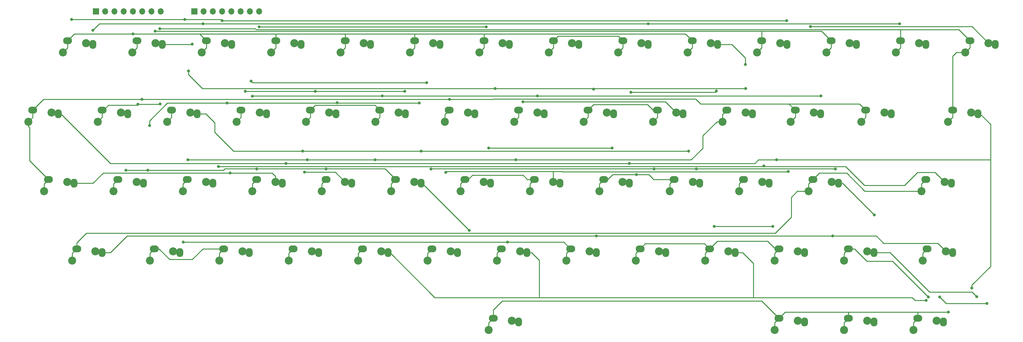
<source format=gbr>
G04 #@! TF.GenerationSoftware,KiCad,Pcbnew,7.0.6*
G04 #@! TF.CreationDate,2024-02-02T16:23:30-05:00*
G04 #@! TF.ProjectId,Galaksija-mx,47616c61-6b73-4696-9a61-2d6d782e6b69,1.0*
G04 #@! TF.SameCoordinates,Original*
G04 #@! TF.FileFunction,Copper,L1,Top*
G04 #@! TF.FilePolarity,Positive*
%FSLAX46Y46*%
G04 Gerber Fmt 4.6, Leading zero omitted, Abs format (unit mm)*
G04 Created by KiCad (PCBNEW 7.0.6) date 2024-02-02 16:23:30*
%MOMM*%
%LPD*%
G01*
G04 APERTURE LIST*
G04 #@! TA.AperFunction,ComponentPad*
%ADD10C,2.200000*%
G04 #@! TD*
G04 #@! TA.AperFunction,ComponentPad*
%ADD11O,1.900000X2.450000*%
G04 #@! TD*
G04 #@! TA.AperFunction,ComponentPad*
%ADD12O,2.450000X1.900000*%
G04 #@! TD*
G04 #@! TA.AperFunction,ComponentPad*
%ADD13R,1.700000X1.700000*%
G04 #@! TD*
G04 #@! TA.AperFunction,ComponentPad*
%ADD14O,1.700000X1.700000*%
G04 #@! TD*
G04 #@! TA.AperFunction,ViaPad*
%ADD15C,0.800000*%
G04 #@! TD*
G04 #@! TA.AperFunction,Conductor*
%ADD16C,0.250000*%
G04 #@! TD*
G04 APERTURE END LIST*
D10*
X179070000Y-133032500D03*
D11*
X180930000Y-133412500D03*
D10*
X172720000Y-135572500D03*
D12*
X173930000Y-132362500D03*
D10*
X295592500Y-133032500D03*
D11*
X297452500Y-133412500D03*
D10*
X289242500Y-135572500D03*
D12*
X290452500Y-132362500D03*
D10*
X152265000Y-94932500D03*
D11*
X154125000Y-95312500D03*
D10*
X145915000Y-97472500D03*
D12*
X147125000Y-94262500D03*
D10*
X281305000Y-75882500D03*
D11*
X283165000Y-76262500D03*
D10*
X274955000Y-78422500D03*
D12*
X276165000Y-75212500D03*
D10*
X128905000Y-75882500D03*
D11*
X130765000Y-76262500D03*
D10*
X122555000Y-78422500D03*
D12*
X123765000Y-75212500D03*
D10*
X305117500Y-75882500D03*
D11*
X306977500Y-76262500D03*
D10*
X298767500Y-78422500D03*
D12*
X299977500Y-75212500D03*
D10*
X124142500Y-113982500D03*
D11*
X126002500Y-114362500D03*
D10*
X117792500Y-116522500D03*
D12*
X119002500Y-113312500D03*
D10*
X228737500Y-94932500D03*
D11*
X230597500Y-95312500D03*
D10*
X222387500Y-97472500D03*
D12*
X223597500Y-94262500D03*
D10*
X143192500Y-113982500D03*
D11*
X145052500Y-114362500D03*
D10*
X136842500Y-116522500D03*
D12*
X138052500Y-113312500D03*
D10*
X64770000Y-113982500D03*
D11*
X66630000Y-114362500D03*
D10*
X58420000Y-116522500D03*
D12*
X59630000Y-113312500D03*
D10*
X271780000Y-56832500D03*
D11*
X273640000Y-57212500D03*
D10*
X265430000Y-59372500D03*
D12*
X266640000Y-56162500D03*
D10*
X157480000Y-56832500D03*
D11*
X159340000Y-57212500D03*
D10*
X151130000Y-59372500D03*
D12*
X152340000Y-56162500D03*
D10*
X109855000Y-75882500D03*
D11*
X111715000Y-76262500D03*
D10*
X103505000Y-78422500D03*
D12*
X104715000Y-75212500D03*
D10*
X81280000Y-56832500D03*
D11*
X83140000Y-57212500D03*
D10*
X74930000Y-59372500D03*
D12*
X76140000Y-56162500D03*
D10*
X86042500Y-113982500D03*
D11*
X87902500Y-114362500D03*
D10*
X79692500Y-116522500D03*
D12*
X80902500Y-113312500D03*
D10*
X186055000Y-75882500D03*
D11*
X187915000Y-76262500D03*
D10*
X179705000Y-78422500D03*
D12*
X180915000Y-75212500D03*
D10*
X266837500Y-94932500D03*
D11*
X268697500Y-95312500D03*
D10*
X260487500Y-97472500D03*
D12*
X261697500Y-94262500D03*
D10*
X247787500Y-94932500D03*
D11*
X249647500Y-95312500D03*
D10*
X241437500Y-97472500D03*
D12*
X242647500Y-94262500D03*
D10*
X162242500Y-113982500D03*
D11*
X164102500Y-114362500D03*
D10*
X155892500Y-116522500D03*
D12*
X157102500Y-113312500D03*
D10*
X290830000Y-56832500D03*
D11*
X292690000Y-57212500D03*
D10*
X284480000Y-59372500D03*
D12*
X285690000Y-56162500D03*
D10*
X100330000Y-56832500D03*
D11*
X102190000Y-57212500D03*
D10*
X93980000Y-59372500D03*
D12*
X95190000Y-56162500D03*
D10*
X205105000Y-75882500D03*
D11*
X206965000Y-76262500D03*
D10*
X198755000Y-78422500D03*
D12*
X199965000Y-75212500D03*
D10*
X219392500Y-113982500D03*
D11*
X221252500Y-114362500D03*
D10*
X213042500Y-116522500D03*
D12*
X214252500Y-113312500D03*
D10*
X200342500Y-113982500D03*
D11*
X202202500Y-114362500D03*
D10*
X193992500Y-116522500D03*
D12*
X195202500Y-113312500D03*
D10*
X95115000Y-94932500D03*
D11*
X96975000Y-95312500D03*
D10*
X88765000Y-97472500D03*
D12*
X89975000Y-94262500D03*
D10*
X243205000Y-75882500D03*
D11*
X245065000Y-76262500D03*
D10*
X236855000Y-78422500D03*
D12*
X238065000Y-75212500D03*
D10*
X52705000Y-75882500D03*
D11*
X54565000Y-76262500D03*
D10*
X46355000Y-78422500D03*
D12*
X47565000Y-75212500D03*
D10*
X76065000Y-94932500D03*
D11*
X77925000Y-95312500D03*
D10*
X69715000Y-97472500D03*
D12*
X70925000Y-94262500D03*
D10*
X119380000Y-56832500D03*
D11*
X121240000Y-57212500D03*
D10*
X113030000Y-59372500D03*
D12*
X114240000Y-56162500D03*
D10*
X257492500Y-113982500D03*
D11*
X259352500Y-114362500D03*
D10*
X251142500Y-116522500D03*
D12*
X252352500Y-113312500D03*
D10*
X209415000Y-94932500D03*
D11*
X211275000Y-95312500D03*
D10*
X203065000Y-97472500D03*
D12*
X204275000Y-94262500D03*
D10*
X276542500Y-133032500D03*
D11*
X278402500Y-133412500D03*
D10*
X270192500Y-135572500D03*
D12*
X271402500Y-132362500D03*
D10*
X190365000Y-94932500D03*
D11*
X192225000Y-95312500D03*
D10*
X184015000Y-97472500D03*
D12*
X185225000Y-94262500D03*
D13*
X64890000Y-48112500D03*
D14*
X67430000Y-48112500D03*
X69970000Y-48112500D03*
X72510000Y-48112500D03*
X75050000Y-48112500D03*
X77590000Y-48112500D03*
X80130000Y-48112500D03*
X82670000Y-48112500D03*
D10*
X167005000Y-75882500D03*
D11*
X168865000Y-76262500D03*
D10*
X160655000Y-78422500D03*
D12*
X161865000Y-75212500D03*
D10*
X147955000Y-75882500D03*
D11*
X149815000Y-76262500D03*
D10*
X141605000Y-78422500D03*
D12*
X142815000Y-75212500D03*
D10*
X298132500Y-113982500D03*
D11*
X299992500Y-114362500D03*
D10*
X291782500Y-116522500D03*
D12*
X292992500Y-113312500D03*
D10*
X297815000Y-94932500D03*
D11*
X299675000Y-95312500D03*
D10*
X291465000Y-97472500D03*
D12*
X292675000Y-94262500D03*
D10*
X214630000Y-56832500D03*
D11*
X216490000Y-57212500D03*
D10*
X208280000Y-59372500D03*
D12*
X209490000Y-56162500D03*
D10*
X224155000Y-75882500D03*
D11*
X226015000Y-76262500D03*
D10*
X217805000Y-78422500D03*
D12*
X219015000Y-75212500D03*
D10*
X176530000Y-56832500D03*
D11*
X178390000Y-57212500D03*
D10*
X170180000Y-59372500D03*
D12*
X171390000Y-56162500D03*
D10*
X238442500Y-113982500D03*
D11*
X240302500Y-114362500D03*
D10*
X232092500Y-116522500D03*
D12*
X233302500Y-113312500D03*
D10*
X133215000Y-94932500D03*
D11*
X135075000Y-95312500D03*
D10*
X126865000Y-97472500D03*
D12*
X128075000Y-94262500D03*
D13*
X91890000Y-48112500D03*
D14*
X94430000Y-48112500D03*
X96970000Y-48112500D03*
X99510000Y-48112500D03*
X102050000Y-48112500D03*
X104590000Y-48112500D03*
X107130000Y-48112500D03*
X109670000Y-48112500D03*
D10*
X261937500Y-75882500D03*
D11*
X263797500Y-76262500D03*
D10*
X255587500Y-78422500D03*
D12*
X256797500Y-75212500D03*
D10*
X138430000Y-56832500D03*
D11*
X140290000Y-57212500D03*
D10*
X132080000Y-59372500D03*
D12*
X133290000Y-56162500D03*
D10*
X233680000Y-56832500D03*
D11*
X235540000Y-57212500D03*
D10*
X227330000Y-59372500D03*
D12*
X228540000Y-56162500D03*
D10*
X57015000Y-94932500D03*
D11*
X58875000Y-95312500D03*
D10*
X50665000Y-97472500D03*
D12*
X51875000Y-94262500D03*
D10*
X309880000Y-56832500D03*
D11*
X311740000Y-57212500D03*
D10*
X303530000Y-59372500D03*
D12*
X304740000Y-56162500D03*
D10*
X195580000Y-56832500D03*
D11*
X197440000Y-57212500D03*
D10*
X189230000Y-59372500D03*
D12*
X190440000Y-56162500D03*
D10*
X105092500Y-113982500D03*
D11*
X106952500Y-114362500D03*
D10*
X98742500Y-116522500D03*
D12*
X99952500Y-113312500D03*
D10*
X114165000Y-94932500D03*
D11*
X116025000Y-95312500D03*
D10*
X107815000Y-97472500D03*
D12*
X109025000Y-94262500D03*
D10*
X90805000Y-75882500D03*
D11*
X92665000Y-76262500D03*
D10*
X84455000Y-78422500D03*
D12*
X85665000Y-75212500D03*
D10*
X276542500Y-113982500D03*
D11*
X278402500Y-114362500D03*
D10*
X270192500Y-116522500D03*
D12*
X271402500Y-113312500D03*
D10*
X252730000Y-56832500D03*
D11*
X254590000Y-57212500D03*
D10*
X246380000Y-59372500D03*
D12*
X247590000Y-56162500D03*
D10*
X171315000Y-94932500D03*
D11*
X173175000Y-95312500D03*
D10*
X164965000Y-97472500D03*
D12*
X166175000Y-94262500D03*
D10*
X62230000Y-56832500D03*
D11*
X64090000Y-57212500D03*
D10*
X55880000Y-59372500D03*
D12*
X57090000Y-56162500D03*
D10*
X71755000Y-75882500D03*
D11*
X73615000Y-76262500D03*
D10*
X65405000Y-78422500D03*
D12*
X66615000Y-75212500D03*
D10*
X181292500Y-113982500D03*
D11*
X183152500Y-114362500D03*
D10*
X174942500Y-116522500D03*
D12*
X176152500Y-113312500D03*
D10*
X257492500Y-133032500D03*
D11*
X259352500Y-133412500D03*
D10*
X251142500Y-135572500D03*
D12*
X252352500Y-132362500D03*
D15*
X213230000Y-92932500D03*
X88830000Y-111512500D03*
X177830000Y-111512500D03*
X285490000Y-51512500D03*
X216490000Y-51512500D03*
X172690000Y-85662500D03*
X206540000Y-85662500D03*
X64090000Y-53282500D03*
X94290000Y-51512500D03*
X76390000Y-73612500D03*
X82490000Y-73512500D03*
X180090000Y-88912500D03*
X90090000Y-88912500D03*
X122890000Y-88912500D03*
X141490000Y-88912500D03*
X298860000Y-130692500D03*
X77490000Y-72312500D03*
X161890000Y-72312500D03*
X75050000Y-54312500D03*
X235190000Y-70012500D03*
X81180000Y-53588000D03*
X211670000Y-70312500D03*
X91290000Y-57112500D03*
X153590000Y-73312500D03*
X131090000Y-73188000D03*
X100890000Y-73312500D03*
X160940000Y-92332500D03*
X260970000Y-52332500D03*
X79590000Y-79462500D03*
X254862500Y-92112500D03*
X305280000Y-124102500D03*
X117094000Y-89887500D03*
X254490000Y-50712500D03*
X89290000Y-50387500D03*
X211330000Y-89887500D03*
X251690000Y-88912500D03*
X58240000Y-50387500D03*
X99510000Y-50712500D03*
X267830000Y-91437000D03*
X101730000Y-92512500D03*
X149690000Y-70112500D03*
X156830000Y-91437000D03*
X105890000Y-70112500D03*
X125090000Y-70112500D03*
X229630000Y-91437000D03*
X278520000Y-104012500D03*
X218030000Y-91437500D03*
X107790000Y-71412500D03*
X263890000Y-71312500D03*
X202230000Y-109787500D03*
X143490000Y-71312500D03*
X186090000Y-71312500D03*
X267090000Y-109787500D03*
X155680000Y-67712500D03*
X107490000Y-67312500D03*
X292705000Y-127507500D03*
X122130000Y-92282500D03*
X167360000Y-108262500D03*
X121590000Y-86512500D03*
X250690000Y-107132500D03*
X182090000Y-72912500D03*
X154130000Y-86512500D03*
X234530000Y-107132500D03*
X227530000Y-86512500D03*
X172040000Y-52342500D03*
X109670000Y-52342500D03*
X174480000Y-69312500D03*
X201490000Y-69512500D03*
X98530000Y-90732500D03*
X90290000Y-64512500D03*
X243090000Y-62712500D03*
X243205000Y-69312500D03*
X248230000Y-90588000D03*
X73130000Y-91732500D03*
X128070000Y-91437000D03*
X79130000Y-91712500D03*
X109025000Y-91437000D03*
X296480000Y-126542500D03*
X309420000Y-128302500D03*
X82400000Y-52863500D03*
X306630000Y-126502500D03*
X293320000Y-126512500D03*
D16*
X174942500Y-116522500D02*
X174942500Y-114522500D01*
X195202500Y-113312500D02*
X195130000Y-113312500D01*
X217790000Y-75212500D02*
X219015000Y-75212500D01*
X177830000Y-111512500D02*
X179115000Y-111512500D01*
X184015000Y-95472500D02*
X185225000Y-94262500D01*
X182130000Y-93132500D02*
X168230000Y-93132500D01*
X179115000Y-111512500D02*
X180330000Y-111512500D01*
X183260000Y-94262500D02*
X182130000Y-93132500D01*
X203065000Y-97472500D02*
X203065000Y-95472500D01*
X168230000Y-93132500D02*
X167100000Y-94262500D01*
X164965000Y-95472500D02*
X166175000Y-94262500D01*
X216290000Y-73712500D02*
X217790000Y-75212500D01*
X195130000Y-113312500D02*
X193330000Y-111512500D01*
X167100000Y-94262500D02*
X166175000Y-94262500D01*
X201465000Y-73712500D02*
X216290000Y-73712500D01*
X164965000Y-97472500D02*
X164965000Y-95472500D01*
X174942500Y-114522500D02*
X176152500Y-113312500D01*
X217960000Y-94262500D02*
X223597500Y-94262500D01*
X222387500Y-95472500D02*
X223597500Y-94262500D01*
X199965000Y-75212500D02*
X201465000Y-73712500D01*
X216630000Y-92932500D02*
X217960000Y-94262500D01*
X213230000Y-92932500D02*
X216630000Y-92932500D01*
X180330000Y-111512500D02*
X180940000Y-111512500D01*
X219015000Y-77212500D02*
X217805000Y-78422500D01*
X205400000Y-94262500D02*
X206730000Y-92932500D01*
X222387500Y-97472500D02*
X222387500Y-95472500D01*
X199965000Y-75212500D02*
X199965000Y-77212500D01*
X185225000Y-94262500D02*
X183260000Y-94262500D01*
X193992500Y-116522500D02*
X193992500Y-114522500D01*
X199965000Y-77212500D02*
X198755000Y-78422500D01*
X97430000Y-111512500D02*
X177830000Y-111512500D01*
X193992500Y-114522500D02*
X195202500Y-113312500D01*
X184015000Y-97472500D02*
X184015000Y-95472500D01*
X219015000Y-75212500D02*
X219015000Y-77212500D01*
X203065000Y-95472500D02*
X204275000Y-94262500D01*
X97430000Y-111512500D02*
X88830000Y-111512500D01*
X204275000Y-94262500D02*
X205400000Y-94262500D01*
X180940000Y-111512500D02*
X193330000Y-111512500D01*
X206730000Y-92932500D02*
X213230000Y-92932500D01*
X216490000Y-51512500D02*
X285490000Y-51512500D01*
X65860000Y-51512500D02*
X64090000Y-53282500D01*
X67810000Y-51512500D02*
X65860000Y-51512500D01*
X94290000Y-51512500D02*
X216490000Y-51512500D01*
X94290000Y-51512500D02*
X67810000Y-51512500D01*
X206540000Y-85662500D02*
X172690000Y-85662500D01*
X123765000Y-75212500D02*
X125065000Y-73912500D01*
X66990000Y-75212500D02*
X68290000Y-73912500D01*
X231430000Y-82291866D02*
X231430000Y-85712500D01*
X180915000Y-77212500D02*
X179705000Y-78422500D01*
X142815000Y-75212500D02*
X142815000Y-77212500D01*
X141515000Y-73912500D02*
X142815000Y-75212500D01*
X123765000Y-77212500D02*
X122555000Y-78422500D01*
X231430000Y-85712500D02*
X228230000Y-88912500D01*
X82390000Y-73612500D02*
X82490000Y-73512500D01*
X76390000Y-73612500D02*
X82390000Y-73612500D01*
X85665000Y-77212500D02*
X84455000Y-78422500D01*
X122890000Y-88912500D02*
X141490000Y-88912500D01*
X68290000Y-73912500D02*
X76090000Y-73912500D01*
X136842500Y-114522500D02*
X138052500Y-113312500D01*
X66615000Y-75212500D02*
X66615000Y-77212500D01*
X235299366Y-78422500D02*
X231430000Y-82291866D01*
X76090000Y-73912500D02*
X76390000Y-73612500D01*
X236855000Y-78422500D02*
X235299366Y-78422500D01*
X90090000Y-88912500D02*
X122890000Y-88912500D01*
X66615000Y-75212500D02*
X66990000Y-75212500D01*
X180915000Y-75212500D02*
X180915000Y-77212500D01*
X85665000Y-75212500D02*
X85665000Y-77212500D01*
X66615000Y-77212500D02*
X65405000Y-78422500D01*
X123765000Y-75212500D02*
X123765000Y-77212500D01*
X88765000Y-97472500D02*
X88765000Y-95472500D01*
X88765000Y-95472500D02*
X89975000Y-94262500D01*
X236855000Y-76422500D02*
X238065000Y-75212500D01*
X141490000Y-88912500D02*
X180090000Y-88912500D01*
X236855000Y-78422500D02*
X236855000Y-76422500D01*
X125065000Y-73912500D02*
X141515000Y-73912500D01*
X136842500Y-116522500D02*
X136842500Y-114522500D01*
X142815000Y-77212500D02*
X141605000Y-78422500D01*
X228230000Y-88912500D02*
X180090000Y-88912500D01*
X271402500Y-130890000D02*
X271600000Y-130692500D01*
X276165000Y-77212500D02*
X274955000Y-78422500D01*
X98742500Y-114522500D02*
X99952500Y-113312500D01*
X254380000Y-130692500D02*
X271600000Y-130692500D01*
X46700000Y-89087500D02*
X51875000Y-94262500D01*
X77490000Y-72312500D02*
X50465000Y-72312500D01*
X50665000Y-97472500D02*
X50665000Y-95472500D01*
X173930000Y-130132500D02*
X176400000Y-127662500D01*
X160655000Y-78422500D02*
X160655000Y-76422500D01*
X80902500Y-113312500D02*
X82210000Y-113312500D01*
X160655000Y-76422500D02*
X161865000Y-75212500D01*
X290452500Y-132362500D02*
X290452500Y-130700000D01*
X270192500Y-133572500D02*
X271402500Y-132362500D01*
X77490000Y-72312500D02*
X158965000Y-72312500D01*
X50665000Y-95472500D02*
X51875000Y-94262500D01*
X176400000Y-127662500D02*
X247652500Y-127662500D01*
X251142500Y-133572500D02*
X252352500Y-132362500D01*
X172720000Y-135572500D02*
X172720000Y-133572500D01*
X91330000Y-116232500D02*
X94250000Y-113312500D01*
X173890000Y-72312500D02*
X174015000Y-72187500D01*
X46700000Y-80082500D02*
X46700000Y-89087500D01*
X82210000Y-113312500D02*
X85130000Y-116232500D01*
X252352500Y-132362500D02*
X254022500Y-130692500D01*
X289242500Y-133572500D02*
X290452500Y-132362500D01*
X270192500Y-135572500D02*
X270192500Y-133572500D01*
X290460000Y-130692500D02*
X298860000Y-130692500D01*
X274465000Y-73512500D02*
X276165000Y-75212500D01*
X254890000Y-73512500D02*
X274465000Y-73512500D01*
X47565000Y-75212500D02*
X47565000Y-77212500D01*
X94250000Y-113312500D02*
X99952500Y-113312500D01*
X98742500Y-116522500D02*
X98742500Y-114522500D01*
X172720000Y-133572500D02*
X173930000Y-132362500D01*
X47565000Y-77212500D02*
X46355000Y-78422500D01*
X251142500Y-135572500D02*
X251142500Y-133572500D01*
X79692500Y-116522500D02*
X79692500Y-114522500D01*
X230843122Y-73512500D02*
X254890000Y-73512500D01*
X174015000Y-72187500D02*
X229518122Y-72187500D01*
X173930000Y-132362500D02*
X173930000Y-130132500D01*
X85130000Y-116232500D02*
X91330000Y-116232500D01*
X46355000Y-78422500D02*
X46355000Y-79737500D01*
X255097500Y-73512500D02*
X256797500Y-75212500D01*
X50465000Y-72312500D02*
X47565000Y-75212500D01*
X276165000Y-75212500D02*
X276165000Y-77212500D01*
X289242500Y-135572500D02*
X289242500Y-133572500D01*
X247652500Y-127662500D02*
X252352500Y-132362500D01*
X46355000Y-79737500D02*
X46700000Y-80082500D01*
X254890000Y-73512500D02*
X255097500Y-73512500D01*
X271600000Y-130692500D02*
X290460000Y-130692500D01*
X161890000Y-72312500D02*
X173890000Y-72312500D01*
X229518122Y-72187500D02*
X230843122Y-73512500D01*
X290452500Y-130700000D02*
X290460000Y-130692500D01*
X254022500Y-130692500D02*
X254380000Y-130692500D01*
X256797500Y-77212500D02*
X255587500Y-78422500D01*
X158965000Y-72312500D02*
X161890000Y-72312500D01*
X271402500Y-132362500D02*
X271402500Y-130890000D01*
X256797500Y-75212500D02*
X256797500Y-77212500D01*
X79692500Y-114522500D02*
X80902500Y-113312500D01*
X93340000Y-54312500D02*
X95190000Y-56162500D01*
X133290000Y-58162500D02*
X132080000Y-59372500D01*
X133290000Y-54512500D02*
X133090000Y-54312500D01*
X152340000Y-54362500D02*
X152290000Y-54312500D01*
X57090000Y-58162500D02*
X55880000Y-59372500D01*
X152340000Y-56162500D02*
X152340000Y-58162500D01*
X171390000Y-56162500D02*
X171390000Y-54412500D01*
X114240000Y-54362500D02*
X114290000Y-54312500D01*
X133290000Y-56162500D02*
X133290000Y-58162500D01*
X152340000Y-56162500D02*
X152340000Y-54362500D01*
X76140000Y-58162500D02*
X74930000Y-59372500D01*
X75050000Y-54312500D02*
X58940000Y-54312500D01*
X114240000Y-56162500D02*
X114240000Y-58162500D01*
X93340000Y-54312500D02*
X114290000Y-54312500D01*
X171390000Y-58162500D02*
X170180000Y-59372500D01*
X133290000Y-56162500D02*
X133290000Y-54512500D01*
X95190000Y-56162500D02*
X95190000Y-58162500D01*
X114240000Y-58162500D02*
X113030000Y-59372500D01*
X228540000Y-56162500D02*
X228540000Y-58162500D01*
X57090000Y-56162500D02*
X57090000Y-58162500D01*
X76140000Y-56162500D02*
X76140000Y-58162500D01*
X226690000Y-54312500D02*
X228540000Y-56162500D01*
X171490000Y-54312500D02*
X226690000Y-54312500D01*
X58940000Y-54312500D02*
X57090000Y-56162500D01*
X152290000Y-54312500D02*
X171490000Y-54312500D01*
X75050000Y-54312500D02*
X93340000Y-54312500D01*
X114290000Y-54312500D02*
X133090000Y-54312500D01*
X114240000Y-56162500D02*
X114240000Y-54362500D01*
X95190000Y-58162500D02*
X93980000Y-59372500D01*
X228540000Y-58162500D02*
X227330000Y-59372500D01*
X152340000Y-58162500D02*
X151130000Y-59372500D01*
X171390000Y-54412500D02*
X171490000Y-54312500D01*
X171390000Y-56162500D02*
X171390000Y-58162500D01*
X133090000Y-54312500D02*
X152290000Y-54312500D01*
X190440000Y-56162500D02*
X190440000Y-58162500D01*
X241437500Y-97472500D02*
X241437500Y-95472500D01*
X247590000Y-56162500D02*
X247590000Y-58162500D01*
X81180000Y-53588000D02*
X247490000Y-53588000D01*
X209490000Y-56162500D02*
X209490000Y-58162500D01*
X191690000Y-54912500D02*
X190440000Y-56162500D01*
X209490000Y-56162500D02*
X208240000Y-54912500D01*
X247490000Y-53588000D02*
X264065500Y-53588000D01*
X266640000Y-56162500D02*
X266640000Y-58162500D01*
X213042500Y-114522500D02*
X214252500Y-113312500D01*
X247590000Y-56162500D02*
X247590000Y-53688000D01*
X232092500Y-116522500D02*
X232092500Y-114522500D01*
X252352500Y-113312500D02*
X251310000Y-113312500D01*
X241437500Y-95472500D02*
X242647500Y-94262500D01*
X247590000Y-58162500D02*
X246380000Y-59372500D01*
X249230000Y-111232500D02*
X235382500Y-111232500D01*
X190440000Y-58162500D02*
X189230000Y-59372500D01*
X235190000Y-70012500D02*
X234890000Y-70312500D01*
X266640000Y-58162500D02*
X265430000Y-59372500D01*
X232092500Y-114522500D02*
X233302500Y-113312500D01*
X209490000Y-58162500D02*
X208280000Y-59372500D01*
X247590000Y-53688000D02*
X247490000Y-53588000D01*
X251310000Y-113312500D02*
X249230000Y-111232500D01*
X234890000Y-70312500D02*
X211670000Y-70312500D01*
X251142500Y-116522500D02*
X251142500Y-114522500D01*
X215632500Y-111932500D02*
X231922500Y-111932500D01*
X213042500Y-116522500D02*
X213042500Y-114522500D01*
X214252500Y-113312500D02*
X215632500Y-111932500D01*
X235382500Y-111232500D02*
X233302500Y-113312500D01*
X251142500Y-114522500D02*
X252352500Y-113312500D01*
X264065500Y-53588000D02*
X266640000Y-56162500D01*
X231922500Y-111932500D02*
X233302500Y-113312500D01*
X208240000Y-54912500D02*
X191690000Y-54912500D01*
X100890000Y-73312500D02*
X153590000Y-73312500D01*
X190330000Y-92112500D02*
X192760000Y-92112500D01*
X192809500Y-92162000D02*
X254813000Y-92162000D01*
X91190000Y-57212500D02*
X91290000Y-57112500D01*
X79590000Y-78212500D02*
X79590000Y-79462500D01*
X161170000Y-92102500D02*
X160940000Y-92332500D01*
X190365000Y-92147500D02*
X190330000Y-92112500D01*
X260970000Y-52332500D02*
X305380000Y-52332500D01*
X305380000Y-52332500D02*
X309880000Y-56832500D01*
X190330000Y-92112500D02*
X164320000Y-92112500D01*
X100890000Y-73312500D02*
X84490000Y-73312500D01*
X83140000Y-57212500D02*
X91190000Y-57212500D01*
X164320000Y-92112500D02*
X164310000Y-92102500D01*
X190365000Y-94932500D02*
X190365000Y-92147500D01*
X192760000Y-92112500D02*
X192809500Y-92162000D01*
X84490000Y-73312500D02*
X79590000Y-78212500D01*
X254813000Y-92162000D02*
X254862500Y-92112500D01*
X164310000Y-92102500D02*
X161170000Y-92102500D01*
X251690000Y-88912500D02*
X246705000Y-88912500D01*
X305280000Y-123272500D02*
X310400000Y-118152500D01*
X99510000Y-50712500D02*
X99185000Y-50387500D01*
X246705000Y-88912500D02*
X245730000Y-89887500D01*
X310400000Y-79172500D02*
X307490000Y-76262500D01*
X310400000Y-118152500D02*
X310400000Y-88922500D01*
X211330000Y-89887500D02*
X117094000Y-89887500D01*
X310400000Y-88922500D02*
X310400000Y-79172500D01*
X307490000Y-76262500D02*
X306977500Y-76262500D01*
X68875000Y-89887500D02*
X55250000Y-76262500D01*
X117094000Y-89887500D02*
X99890000Y-89887500D01*
X245730000Y-89887500D02*
X211330000Y-89887500D01*
X310390000Y-88912500D02*
X310400000Y-88922500D01*
X55250000Y-76262500D02*
X54565000Y-76262500D01*
X251690000Y-88912500D02*
X310390000Y-88912500D01*
X305280000Y-124102500D02*
X305280000Y-123272500D01*
X99510000Y-50712500D02*
X254490000Y-50712500D01*
X69130000Y-89887500D02*
X68875000Y-89887500D01*
X99185000Y-50387500D02*
X89290000Y-50387500D01*
X89290000Y-50387500D02*
X58240000Y-50387500D01*
X99890000Y-89887500D02*
X69130000Y-89887500D01*
X66890000Y-92512500D02*
X64090000Y-95312500D01*
X113284000Y-92519500D02*
X114165000Y-93400500D01*
X125090000Y-70112500D02*
X105890000Y-70112500D01*
X101737000Y-92519500D02*
X113284000Y-92519500D01*
X114165000Y-93400500D02*
X114165000Y-94932500D01*
X156954500Y-91312500D02*
X156830000Y-91437000D01*
X267330000Y-91312500D02*
X156954500Y-91312500D01*
X64090000Y-95312500D02*
X58875000Y-95312500D01*
X101730000Y-92512500D02*
X101737000Y-92519500D01*
X278520000Y-104012500D02*
X269820000Y-95312500D01*
X125090000Y-70112500D02*
X149690000Y-70112500D01*
X101730000Y-92512500D02*
X66890000Y-92512500D01*
X267830000Y-91437000D02*
X267454500Y-91437000D01*
X267454500Y-91437000D02*
X267330000Y-91312500D01*
X269820000Y-95312500D02*
X268697500Y-95312500D01*
X64090000Y-114362500D02*
X68852500Y-114362500D01*
X68852500Y-114362500D02*
X73427500Y-109787500D01*
X143490000Y-71312500D02*
X186090000Y-71312500D01*
X279085000Y-109787500D02*
X281080000Y-111782500D01*
X107790000Y-71412500D02*
X107890000Y-71312500D01*
X186090000Y-71312500D02*
X263890000Y-71312500D01*
X267090000Y-109787500D02*
X279085000Y-109787500D01*
X295932500Y-111782500D02*
X295690000Y-111782500D01*
X281080000Y-111782500D02*
X295690000Y-111782500D01*
X202230000Y-109787500D02*
X267090000Y-109787500D01*
X107890000Y-71312500D02*
X143490000Y-71312500D01*
X298132500Y-113982500D02*
X295932500Y-111782500D01*
X73427500Y-109787500D02*
X202230000Y-109787500D01*
X242360000Y-114362500D02*
X245330000Y-117332500D01*
X186540000Y-116442500D02*
X186540000Y-126712500D01*
X183152500Y-114362500D02*
X184460000Y-114362500D01*
X157900000Y-126712500D02*
X145550000Y-114362500D01*
X145550000Y-114362500D02*
X145052500Y-114362500D01*
X240302500Y-114362500D02*
X242360000Y-114362500D01*
X186540000Y-126712500D02*
X245330000Y-126712500D01*
X245330000Y-117332500D02*
X245330000Y-126712500D01*
X122130000Y-92282500D02*
X130565000Y-92282500D01*
X288940000Y-126712500D02*
X245330000Y-126712500D01*
X107890000Y-67712500D02*
X107490000Y-67312500D01*
X130565000Y-92282500D02*
X133215000Y-94932500D01*
X186540000Y-126712500D02*
X157900000Y-126712500D01*
X292705000Y-127507500D02*
X292690000Y-127492500D01*
X184460000Y-114362500D02*
X186540000Y-116442500D01*
X155680000Y-67712500D02*
X107890000Y-67712500D01*
X289720000Y-127492500D02*
X288940000Y-126712500D01*
X292690000Y-127492500D02*
X289720000Y-127492500D01*
X117890000Y-86512500D02*
X121590000Y-86512500D01*
X121590000Y-86512500D02*
X154130000Y-86512500D01*
X109670000Y-52342500D02*
X172040000Y-52342500D01*
X92665000Y-76262500D02*
X95040000Y-76262500D01*
X221185000Y-72912500D02*
X224155000Y-75882500D01*
X234530000Y-107132500D02*
X250690000Y-107132500D01*
X95040000Y-76262500D02*
X97490000Y-78712500D01*
X102690000Y-86512500D02*
X117890000Y-86512500D01*
X97490000Y-81312500D02*
X102690000Y-86512500D01*
X154410000Y-95312500D02*
X167360000Y-108262500D01*
X182090000Y-72912500D02*
X221185000Y-72912500D01*
X178390000Y-57212500D02*
X176910000Y-57212500D01*
X154125000Y-95312500D02*
X154410000Y-95312500D01*
X154130000Y-86512500D02*
X159290000Y-86512500D01*
X97490000Y-78712500D02*
X97490000Y-81312500D01*
X159290000Y-86512500D02*
X227530000Y-86512500D01*
X176910000Y-57212500D02*
X176530000Y-56832500D01*
X201715000Y-69287500D02*
X203290000Y-69287500D01*
X275830000Y-95882500D02*
X270660000Y-90712500D01*
X243180000Y-69287500D02*
X243205000Y-69312500D01*
X290400000Y-92312500D02*
X286830000Y-95882500D01*
X203265000Y-69312500D02*
X203290000Y-69287500D01*
X201490000Y-69512500D02*
X201715000Y-69287500D01*
X297815000Y-94932500D02*
X295195000Y-92312500D01*
X90290000Y-65512500D02*
X90290000Y-64512500D01*
X235540000Y-57212500D02*
X239390000Y-57212500D01*
X295195000Y-92312500D02*
X290400000Y-92312500D01*
X94090000Y-69312500D02*
X90790000Y-66012500D01*
X192290000Y-69312500D02*
X174480000Y-69312500D01*
X90790000Y-66012500D02*
X90290000Y-65512500D01*
X286830000Y-95882500D02*
X275830000Y-95882500D01*
X239390000Y-57212500D02*
X243090000Y-60912500D01*
X98550000Y-90712500D02*
X98530000Y-90732500D01*
X270660000Y-90712500D02*
X98550000Y-90712500D01*
X203290000Y-69287500D02*
X243180000Y-69287500D01*
X174480000Y-69312500D02*
X94090000Y-69312500D01*
X192290000Y-69312500D02*
X203265000Y-69312500D01*
X243090000Y-60912500D02*
X243090000Y-62712500D01*
X77290000Y-91712500D02*
X73150000Y-91712500D01*
X114690000Y-91312500D02*
X144230000Y-91312500D01*
X79130000Y-91712500D02*
X99890000Y-91712500D01*
X69715000Y-97472500D02*
X69715000Y-95472500D01*
X117792500Y-116522500D02*
X117792500Y-114522500D01*
X107815000Y-95472500D02*
X109025000Y-94262500D01*
X145915000Y-95472500D02*
X147125000Y-94262500D01*
X147125000Y-94207500D02*
X144230000Y-91312500D01*
X107815000Y-97472500D02*
X107815000Y-95472500D01*
X100290000Y-91312500D02*
X99890000Y-91712500D01*
X126865000Y-95472500D02*
X128075000Y-94262500D01*
X104715000Y-75212500D02*
X104715000Y-77212500D01*
X155892500Y-116522500D02*
X155892500Y-114522500D01*
X104715000Y-77212500D02*
X103505000Y-78422500D01*
X126865000Y-97472500D02*
X126865000Y-95472500D01*
X145915000Y-97472500D02*
X145915000Y-95472500D01*
X114690000Y-91312500D02*
X100290000Y-91312500D01*
X117792500Y-114522500D02*
X119002500Y-113312500D01*
X79130000Y-91712500D02*
X77290000Y-91712500D01*
X147125000Y-94262500D02*
X147125000Y-94207500D01*
X73150000Y-91712500D02*
X73130000Y-91732500D01*
X155892500Y-114522500D02*
X157102500Y-113312500D01*
X69715000Y-95472500D02*
X70925000Y-94262500D01*
X291782500Y-114522500D02*
X292992500Y-113312500D01*
X255740000Y-104642500D02*
X255740000Y-99182500D01*
X304740000Y-58162500D02*
X303530000Y-59372500D01*
X58420000Y-116522500D02*
X58420000Y-114522500D01*
X251320000Y-109062500D02*
X255740000Y-104642500D01*
X285690000Y-56162500D02*
X285690000Y-58162500D01*
X58420000Y-114522500D02*
X59630000Y-113312500D01*
X301030000Y-59372500D02*
X303530000Y-59372500D01*
X82400000Y-52863500D02*
X85940000Y-52863500D01*
X275910000Y-97472500D02*
X270950000Y-92512500D01*
X299977500Y-75212500D02*
X299977500Y-60425000D01*
X263447500Y-92512500D02*
X261697500Y-94262500D01*
X299977500Y-75212500D02*
X299977500Y-77212500D01*
X299977500Y-60425000D02*
X301030000Y-59372500D01*
X257470000Y-97472500D02*
X260487500Y-97472500D01*
X285690000Y-58162500D02*
X284480000Y-59372500D01*
X291465000Y-97472500D02*
X291465000Y-95472500D01*
X85940000Y-52863500D02*
X108615500Y-52863500D01*
X299977500Y-77212500D02*
X298767500Y-78422500D01*
X291465000Y-97472500D02*
X275910000Y-97472500D01*
X304740000Y-56162500D02*
X304740000Y-58162500D01*
X59630000Y-111672500D02*
X62240000Y-109062500D01*
X59630000Y-113312500D02*
X59630000Y-111672500D01*
X260487500Y-97472500D02*
X260487500Y-95472500D01*
X285690000Y-53338000D02*
X285490000Y-53138000D01*
X62240000Y-109062500D02*
X251320000Y-109062500D01*
X285690000Y-56162500D02*
X285690000Y-53338000D01*
X285490000Y-53138000D02*
X301715500Y-53138000D01*
X291782500Y-116522500D02*
X291782500Y-114522500D01*
X270950000Y-92512500D02*
X263447500Y-92512500D01*
X108615500Y-52863500D02*
X108890000Y-53138000D01*
X260487500Y-95472500D02*
X261697500Y-94262500D01*
X309420000Y-128302500D02*
X298240000Y-128302500D01*
X291465000Y-95472500D02*
X292675000Y-94262500D01*
X108890000Y-53138000D02*
X285490000Y-53138000D01*
X298240000Y-128302500D02*
X296480000Y-126542500D01*
X257460000Y-97462500D02*
X257470000Y-97472500D01*
X255740000Y-99182500D02*
X257460000Y-97462500D01*
X301715500Y-53138000D02*
X304740000Y-56162500D01*
X306630000Y-126502500D02*
X305340000Y-125212500D01*
X305340000Y-125212500D02*
X293660000Y-125212500D01*
X293660000Y-125212500D02*
X282810000Y-114362500D01*
X282810000Y-114362500D02*
X278402500Y-114362500D01*
X293320000Y-126512500D02*
X283520000Y-116712500D01*
X276510000Y-116712500D02*
X273110000Y-113312500D01*
X270192500Y-114522500D02*
X271402500Y-113312500D01*
X283520000Y-116712500D02*
X276510000Y-116712500D01*
X273110000Y-113312500D02*
X271402500Y-113312500D01*
X270192500Y-116522500D02*
X270192500Y-114522500D01*
M02*

</source>
